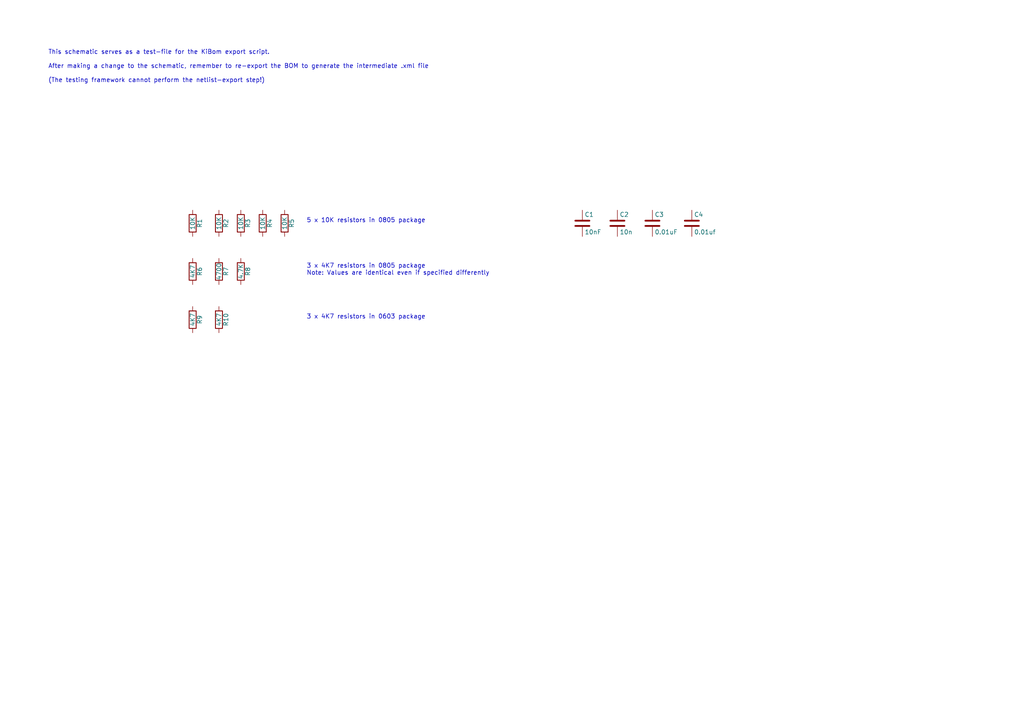
<source format=kicad_sch>
(kicad_sch (version 20250114) (generator "eeschema") (generator_version "9.0")
  (paper "A4")
  (title_block (title "KiBom Test Schematic") (date "2020-03-12") (rev "A") (company "https://github.com/SchrodingersGat/KiBom"))
  (lib_symbols
    (symbol "Device:C" (pin_numbers (hide yes)) (pin_names (offset 0.254))
      (property "Reference" "C" (at 0.635 2.54 0))
      (property "Value" "C" (at 0.635 -2.54 0))
      (symbol "C_0_1"
        (polyline (pts (xy -2.032 0.762) (xy 2.032 0.762)) (stroke (width 0.508)))
        (polyline (pts (xy -2.032 -0.762) (xy 2.032 -0.762)) (stroke (width 0.508)))
      )
      (symbol "C_1_1"
        (pin passive line (at 0 3.81 270) (length 2.794) (name "~") (number "1"))
        (pin passive line (at 0 -3.81 90) (length 2.794) (name "~") (number "2"))
      )
    )
    (symbol "Device:R" (pin_numbers (hide yes)) (pin_names (offset 0))
      (property "Reference" "R" (at 2.032 0 90))
      (property "Value" "R" (at 0 0 90))
      (symbol "R_0_1"
        (rectangle (start -1.016 -2.54) (end 1.016 2.54) (stroke (width 0.254)))
      )
      (symbol "R_1_1"
        (pin passive line (at 0 3.81 270) (length 1.27) (name "~") (number "1"))
        (pin passive line (at 0 -3.81 90) (length 1.27) (name "~") (number "2"))
      )
    )
  )
  (text "3 x 4K7 resistors in 0603 package" (at 88.9 92.71 0) (effects (font (size 1.27 1.27)) (justify left bottom)))
  (text "This schematic serves as a test-file for the KiBom export script.\n\nAfter making a change to the schematic, remember to re-export the BOM to generate the intermediate .xml file\n\n(The testing framework cannot perform the netlist-export step!)" (at 13.97 24.13 0) (effects (font (size 1.27 1.27)) (justify left bottom)))
  (text "5 x 10K resistors in 0805 package" (at 88.9 64.77 0) (effects (font (size 1.27 1.27)) (justify left bottom)))
  (text "3 x 4K7 resistors in 0805 package\nNote: Values are identical even if specified differently" (at 88.9 80.01 0) (effects (font (size 1.27 1.27)) (justify left bottom)))
  (symbol (lib_id "Device:R") (at 55.88 64.77 0) (unit 1)
    (property "Reference" "R1" (at 57.912 64.77 90))
    (property "Value" "10K" (at 55.88 64.77 90))
    (property "Footprint" "Resistor_SMD:R_0805_2012Metric" (effects (hide yes)))
  )
  (symbol (lib_id "Device:R") (at 63.5 64.77 0) (unit 1)
    (property "Reference" "R2" (at 65.532 64.77 90))
    (property "Value" "10K" (at 63.5 64.77 90))
    (property "Footprint" "Resistor_SMD:R_0805_2012Metric" (effects (hide yes)))
  )
  (symbol (lib_id "Device:R") (at 69.85 64.77 0) (unit 1)
    (property "Reference" "R3" (at 71.882 64.77 90))
    (property "Value" "10K" (at 69.85 64.77 90))
    (property "Footprint" "Resistor_SMD:R_0805_2012Metric" (effects (hide yes)))
  )
  (symbol (lib_id "Device:R") (at 76.2 64.77 0) (unit 1)
    (property "Reference" "R4" (at 78.232 64.77 90))
    (property "Value" "10K" (at 76.2 64.77 90))
    (property "Footprint" "Resistor_SMD:R_0805_2012Metric" (effects (hide yes)))
  )
  (symbol (lib_id "Device:R") (at 82.55 64.77 0) (unit 1)
    (property "Reference" "R5" (at 84.582 64.77 90))
    (property "Value" "10K" (at 82.55 64.77 90))
    (property "Footprint" "Resistor_SMD:R_0805_2012Metric" (effects (hide yes)))
  )
  (symbol (lib_id "Device:R") (at 55.88 78.74 0) (unit 1)
    (property "Reference" "R6" (at 57.912 78.74 90))
    (property "Value" "4K7" (at 55.88 78.74 90))
    (property "Footprint" "Resistor_SMD:R_0805_2012Metric" (effects (hide yes)))
    (property "Config" "DNF" (effects (hide yes)))
  )
  (symbol (lib_id "Device:R") (at 63.5 78.74 0) (unit 1)
    (property "Reference" "R7" (at 65.532 78.74 90))
    (property "Value" "4700" (at 63.5 78.74 90))
    (property "Footprint" "Resistor_SMD:R_0805_2012Metric" (effects (hide yes)))
    (property "Datasheet" "http://www.google.com/" (effects (hide yes)))
    (property "Config" "DNC" (effects (hide yes)))
  )
  (symbol (lib_id "Device:R") (at 69.85 78.74 0) (unit 1)
    (property "Reference" "R8" (at 71.882 78.74 90))
    (property "Value" "4.7K" (at 69.85 78.74 90))
    (property "Footprint" "Resistor_SMD:R_0805_2012Metric" (effects (hide yes)))
  )
  (symbol (lib_id "Device:R") (at 55.88 92.71 0) (unit 1) (in_bom no)
    (property "Reference" "R9" (at 57.912 92.71 90))
    (property "Value" "4K7" (at 55.88 92.71 90))
    (property "Footprint" "Resistor_SMD:R_0603_1608Metric" (effects (hide yes)))
  )
  (symbol (lib_id "Device:R") (at 63.5 92.71 0) (unit 1)
    (property "Reference" "R10" (at 65.532 92.71 90))
    (property "Value" "4K7" (at 63.5 92.71 90))
    (property "Footprint" "Resistor_SMD:R_0603_1608Metric" (effects (hide yes)))
  )
  (symbol (lib_id "Device:C") (at 168.91 64.77 0) (unit 1)
    (property "Reference" "C1" (at 169.545 62.23 0) (effects (justify left)))
    (property "Value" "10nF" (at 169.545 67.31 0) (effects (justify left)))
    (property "Footprint" "Capacitor_SMD:C_0603_1608Metric" (effects (hide yes)))
    (property "Datasheet" "This is a long text, wrap check" (effects (hide yes)))
  )
  (symbol (lib_id "Device:C") (at 179.07 64.77 0) (unit 1)
    (property "Reference" "C2" (at 179.705 62.23 0) (effects (justify left)))
    (property "Value" "10n" (at 179.705 67.31 0) (effects (justify left)))
    (property "Footprint" "Capacitor_SMD:C_0603_1608Metric" (effects (hide yes)))
  )
  (symbol (lib_id "Device:C") (at 189.23 64.77 0) (unit 1) (in_bom no)
    (property "Reference" "C3" (at 189.865 62.23 0) (effects (justify left)))
    (property "Value" "0.01uF" (at 189.865 67.31 0) (effects (justify left)))
    (property "Footprint" "Capacitor_SMD:C_0603_1608Metric" (effects (hide yes)))
  )
  (symbol (lib_id "Device:C") (at 200.66 64.77 0) (unit 1)
    (property "Reference" "C4" (at 201.295 62.23 0) (effects (justify left)))
    (property "Value" "0.01uf" (at 201.295 67.31 0) (effects (justify left)))
    (property "Footprint" "Capacitor_SMD:C_0603_1608Metric" (effects (hide yes)))
  )
)
</source>
